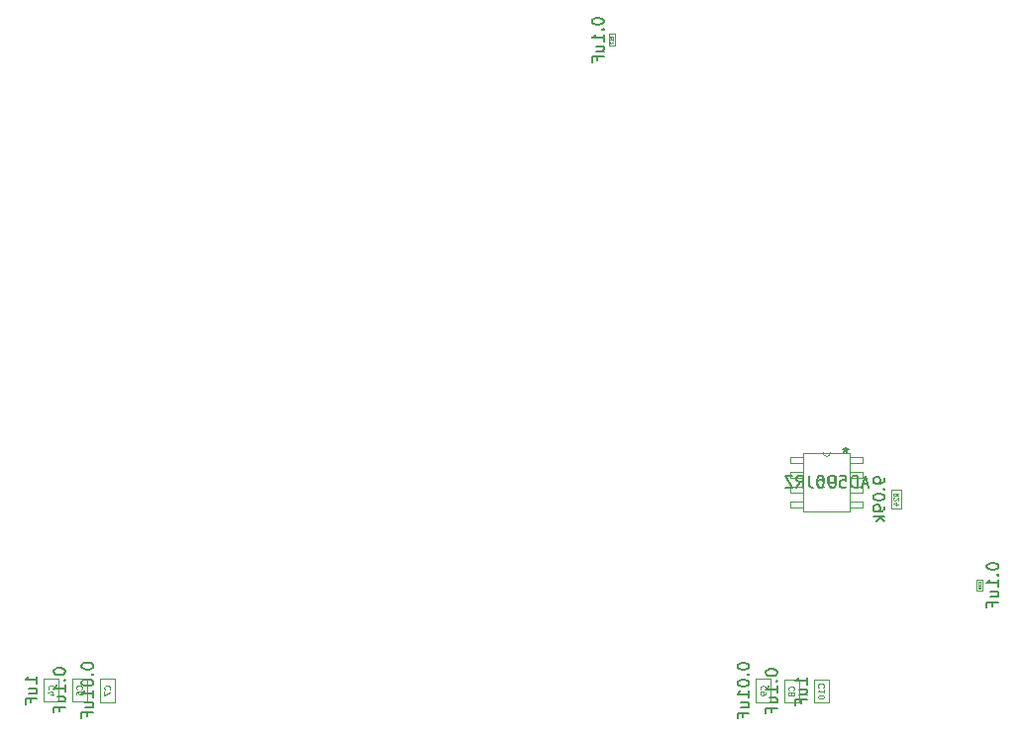
<source format=gbr>
%TF.GenerationSoftware,KiCad,Pcbnew,9.0.3*%
%TF.CreationDate,2025-09-16T13:25:35-04:00*%
%TF.ProjectId,CAEN_NEVIS_DAQ_3p3V,4341454e-5f4e-4455-9649-535f4441515f,rev?*%
%TF.SameCoordinates,Original*%
%TF.FileFunction,AssemblyDrawing,Bot*%
%FSLAX46Y46*%
G04 Gerber Fmt 4.6, Leading zero omitted, Abs format (unit mm)*
G04 Created by KiCad (PCBNEW 9.0.3) date 2025-09-16 13:25:35*
%MOMM*%
%LPD*%
G01*
G04 APERTURE LIST*
%ADD10C,0.150000*%
%ADD11C,0.080000*%
%ADD12C,0.060000*%
%ADD13C,0.040000*%
%ADD14C,0.100000*%
%ADD15C,0.025400*%
G04 APERTURE END LIST*
D10*
X196269819Y-99519761D02*
X196269819Y-98948333D01*
X196269819Y-99234047D02*
X195269819Y-99234047D01*
X195269819Y-99234047D02*
X195412676Y-99138809D01*
X195412676Y-99138809D02*
X195507914Y-99043571D01*
X195507914Y-99043571D02*
X195555533Y-98948333D01*
X195603152Y-100376904D02*
X196269819Y-100376904D01*
X195603152Y-99948333D02*
X196126961Y-99948333D01*
X196126961Y-99948333D02*
X196222200Y-99995952D01*
X196222200Y-99995952D02*
X196269819Y-100091190D01*
X196269819Y-100091190D02*
X196269819Y-100234047D01*
X196269819Y-100234047D02*
X196222200Y-100329285D01*
X196222200Y-100329285D02*
X196174580Y-100376904D01*
X195746009Y-101186428D02*
X195746009Y-100853095D01*
X196269819Y-100853095D02*
X195269819Y-100853095D01*
X195269819Y-100853095D02*
X195269819Y-101329285D01*
D11*
X197674530Y-99793571D02*
X197698340Y-99769762D01*
X197698340Y-99769762D02*
X197722149Y-99698333D01*
X197722149Y-99698333D02*
X197722149Y-99650714D01*
X197722149Y-99650714D02*
X197698340Y-99579286D01*
X197698340Y-99579286D02*
X197650720Y-99531667D01*
X197650720Y-99531667D02*
X197603101Y-99507857D01*
X197603101Y-99507857D02*
X197507863Y-99484048D01*
X197507863Y-99484048D02*
X197436435Y-99484048D01*
X197436435Y-99484048D02*
X197341197Y-99507857D01*
X197341197Y-99507857D02*
X197293578Y-99531667D01*
X197293578Y-99531667D02*
X197245959Y-99579286D01*
X197245959Y-99579286D02*
X197222149Y-99650714D01*
X197222149Y-99650714D02*
X197222149Y-99698333D01*
X197222149Y-99698333D02*
X197245959Y-99769762D01*
X197245959Y-99769762D02*
X197269768Y-99793571D01*
X197722149Y-100269762D02*
X197722149Y-99984048D01*
X197722149Y-100126905D02*
X197222149Y-100126905D01*
X197222149Y-100126905D02*
X197293578Y-100079286D01*
X197293578Y-100079286D02*
X197341197Y-100031667D01*
X197341197Y-100031667D02*
X197365006Y-99984048D01*
X197222149Y-100579285D02*
X197222149Y-100626904D01*
X197222149Y-100626904D02*
X197245959Y-100674523D01*
X197245959Y-100674523D02*
X197269768Y-100698333D01*
X197269768Y-100698333D02*
X197317387Y-100722142D01*
X197317387Y-100722142D02*
X197412625Y-100745952D01*
X197412625Y-100745952D02*
X197531673Y-100745952D01*
X197531673Y-100745952D02*
X197626911Y-100722142D01*
X197626911Y-100722142D02*
X197674530Y-100698333D01*
X197674530Y-100698333D02*
X197698340Y-100674523D01*
X197698340Y-100674523D02*
X197722149Y-100626904D01*
X197722149Y-100626904D02*
X197722149Y-100579285D01*
X197722149Y-100579285D02*
X197698340Y-100531666D01*
X197698340Y-100531666D02*
X197674530Y-100507857D01*
X197674530Y-100507857D02*
X197626911Y-100484047D01*
X197626911Y-100484047D02*
X197531673Y-100460238D01*
X197531673Y-100460238D02*
X197412625Y-100460238D01*
X197412625Y-100460238D02*
X197317387Y-100484047D01*
X197317387Y-100484047D02*
X197269768Y-100507857D01*
X197269768Y-100507857D02*
X197245959Y-100531666D01*
X197245959Y-100531666D02*
X197222149Y-100579285D01*
D10*
X190319819Y-97935952D02*
X190319819Y-98031190D01*
X190319819Y-98031190D02*
X190367438Y-98126428D01*
X190367438Y-98126428D02*
X190415057Y-98174047D01*
X190415057Y-98174047D02*
X190510295Y-98221666D01*
X190510295Y-98221666D02*
X190700771Y-98269285D01*
X190700771Y-98269285D02*
X190938866Y-98269285D01*
X190938866Y-98269285D02*
X191129342Y-98221666D01*
X191129342Y-98221666D02*
X191224580Y-98174047D01*
X191224580Y-98174047D02*
X191272200Y-98126428D01*
X191272200Y-98126428D02*
X191319819Y-98031190D01*
X191319819Y-98031190D02*
X191319819Y-97935952D01*
X191319819Y-97935952D02*
X191272200Y-97840714D01*
X191272200Y-97840714D02*
X191224580Y-97793095D01*
X191224580Y-97793095D02*
X191129342Y-97745476D01*
X191129342Y-97745476D02*
X190938866Y-97697857D01*
X190938866Y-97697857D02*
X190700771Y-97697857D01*
X190700771Y-97697857D02*
X190510295Y-97745476D01*
X190510295Y-97745476D02*
X190415057Y-97793095D01*
X190415057Y-97793095D02*
X190367438Y-97840714D01*
X190367438Y-97840714D02*
X190319819Y-97935952D01*
X191224580Y-98697857D02*
X191272200Y-98745476D01*
X191272200Y-98745476D02*
X191319819Y-98697857D01*
X191319819Y-98697857D02*
X191272200Y-98650238D01*
X191272200Y-98650238D02*
X191224580Y-98697857D01*
X191224580Y-98697857D02*
X191319819Y-98697857D01*
X190319819Y-99364523D02*
X190319819Y-99459761D01*
X190319819Y-99459761D02*
X190367438Y-99554999D01*
X190367438Y-99554999D02*
X190415057Y-99602618D01*
X190415057Y-99602618D02*
X190510295Y-99650237D01*
X190510295Y-99650237D02*
X190700771Y-99697856D01*
X190700771Y-99697856D02*
X190938866Y-99697856D01*
X190938866Y-99697856D02*
X191129342Y-99650237D01*
X191129342Y-99650237D02*
X191224580Y-99602618D01*
X191224580Y-99602618D02*
X191272200Y-99554999D01*
X191272200Y-99554999D02*
X191319819Y-99459761D01*
X191319819Y-99459761D02*
X191319819Y-99364523D01*
X191319819Y-99364523D02*
X191272200Y-99269285D01*
X191272200Y-99269285D02*
X191224580Y-99221666D01*
X191224580Y-99221666D02*
X191129342Y-99174047D01*
X191129342Y-99174047D02*
X190938866Y-99126428D01*
X190938866Y-99126428D02*
X190700771Y-99126428D01*
X190700771Y-99126428D02*
X190510295Y-99174047D01*
X190510295Y-99174047D02*
X190415057Y-99221666D01*
X190415057Y-99221666D02*
X190367438Y-99269285D01*
X190367438Y-99269285D02*
X190319819Y-99364523D01*
X191319819Y-100650237D02*
X191319819Y-100078809D01*
X191319819Y-100364523D02*
X190319819Y-100364523D01*
X190319819Y-100364523D02*
X190462676Y-100269285D01*
X190462676Y-100269285D02*
X190557914Y-100174047D01*
X190557914Y-100174047D02*
X190605533Y-100078809D01*
X190653152Y-101507380D02*
X191319819Y-101507380D01*
X190653152Y-101078809D02*
X191176961Y-101078809D01*
X191176961Y-101078809D02*
X191272200Y-101126428D01*
X191272200Y-101126428D02*
X191319819Y-101221666D01*
X191319819Y-101221666D02*
X191319819Y-101364523D01*
X191319819Y-101364523D02*
X191272200Y-101459761D01*
X191272200Y-101459761D02*
X191224580Y-101507380D01*
X190796009Y-102316904D02*
X190796009Y-101983571D01*
X191319819Y-101983571D02*
X190319819Y-101983571D01*
X190319819Y-101983571D02*
X190319819Y-102459761D01*
D11*
X192724530Y-99971666D02*
X192748340Y-99947857D01*
X192748340Y-99947857D02*
X192772149Y-99876428D01*
X192772149Y-99876428D02*
X192772149Y-99828809D01*
X192772149Y-99828809D02*
X192748340Y-99757381D01*
X192748340Y-99757381D02*
X192700720Y-99709762D01*
X192700720Y-99709762D02*
X192653101Y-99685952D01*
X192653101Y-99685952D02*
X192557863Y-99662143D01*
X192557863Y-99662143D02*
X192486435Y-99662143D01*
X192486435Y-99662143D02*
X192391197Y-99685952D01*
X192391197Y-99685952D02*
X192343578Y-99709762D01*
X192343578Y-99709762D02*
X192295959Y-99757381D01*
X192295959Y-99757381D02*
X192272149Y-99828809D01*
X192272149Y-99828809D02*
X192272149Y-99876428D01*
X192272149Y-99876428D02*
X192295959Y-99947857D01*
X192295959Y-99947857D02*
X192319768Y-99971666D01*
X192772149Y-100209762D02*
X192772149Y-100305000D01*
X192772149Y-100305000D02*
X192748340Y-100352619D01*
X192748340Y-100352619D02*
X192724530Y-100376428D01*
X192724530Y-100376428D02*
X192653101Y-100424047D01*
X192653101Y-100424047D02*
X192557863Y-100447857D01*
X192557863Y-100447857D02*
X192367387Y-100447857D01*
X192367387Y-100447857D02*
X192319768Y-100424047D01*
X192319768Y-100424047D02*
X192295959Y-100400238D01*
X192295959Y-100400238D02*
X192272149Y-100352619D01*
X192272149Y-100352619D02*
X192272149Y-100257381D01*
X192272149Y-100257381D02*
X192295959Y-100209762D01*
X192295959Y-100209762D02*
X192319768Y-100185952D01*
X192319768Y-100185952D02*
X192367387Y-100162143D01*
X192367387Y-100162143D02*
X192486435Y-100162143D01*
X192486435Y-100162143D02*
X192534054Y-100185952D01*
X192534054Y-100185952D02*
X192557863Y-100209762D01*
X192557863Y-100209762D02*
X192581673Y-100257381D01*
X192581673Y-100257381D02*
X192581673Y-100352619D01*
X192581673Y-100352619D02*
X192557863Y-100400238D01*
X192557863Y-100400238D02*
X192534054Y-100424047D01*
X192534054Y-100424047D02*
X192486435Y-100447857D01*
D10*
X131854819Y-98382143D02*
X131854819Y-98477381D01*
X131854819Y-98477381D02*
X131902438Y-98572619D01*
X131902438Y-98572619D02*
X131950057Y-98620238D01*
X131950057Y-98620238D02*
X132045295Y-98667857D01*
X132045295Y-98667857D02*
X132235771Y-98715476D01*
X132235771Y-98715476D02*
X132473866Y-98715476D01*
X132473866Y-98715476D02*
X132664342Y-98667857D01*
X132664342Y-98667857D02*
X132759580Y-98620238D01*
X132759580Y-98620238D02*
X132807200Y-98572619D01*
X132807200Y-98572619D02*
X132854819Y-98477381D01*
X132854819Y-98477381D02*
X132854819Y-98382143D01*
X132854819Y-98382143D02*
X132807200Y-98286905D01*
X132807200Y-98286905D02*
X132759580Y-98239286D01*
X132759580Y-98239286D02*
X132664342Y-98191667D01*
X132664342Y-98191667D02*
X132473866Y-98144048D01*
X132473866Y-98144048D02*
X132235771Y-98144048D01*
X132235771Y-98144048D02*
X132045295Y-98191667D01*
X132045295Y-98191667D02*
X131950057Y-98239286D01*
X131950057Y-98239286D02*
X131902438Y-98286905D01*
X131902438Y-98286905D02*
X131854819Y-98382143D01*
X132759580Y-99144048D02*
X132807200Y-99191667D01*
X132807200Y-99191667D02*
X132854819Y-99144048D01*
X132854819Y-99144048D02*
X132807200Y-99096429D01*
X132807200Y-99096429D02*
X132759580Y-99144048D01*
X132759580Y-99144048D02*
X132854819Y-99144048D01*
X132854819Y-100144047D02*
X132854819Y-99572619D01*
X132854819Y-99858333D02*
X131854819Y-99858333D01*
X131854819Y-99858333D02*
X131997676Y-99763095D01*
X131997676Y-99763095D02*
X132092914Y-99667857D01*
X132092914Y-99667857D02*
X132140533Y-99572619D01*
X132188152Y-101001190D02*
X132854819Y-101001190D01*
X132188152Y-100572619D02*
X132711961Y-100572619D01*
X132711961Y-100572619D02*
X132807200Y-100620238D01*
X132807200Y-100620238D02*
X132854819Y-100715476D01*
X132854819Y-100715476D02*
X132854819Y-100858333D01*
X132854819Y-100858333D02*
X132807200Y-100953571D01*
X132807200Y-100953571D02*
X132759580Y-101001190D01*
X132331009Y-101810714D02*
X132331009Y-101477381D01*
X132854819Y-101477381D02*
X131854819Y-101477381D01*
X131854819Y-101477381D02*
X131854819Y-101953571D01*
D11*
X134259530Y-99941666D02*
X134283340Y-99917857D01*
X134283340Y-99917857D02*
X134307149Y-99846428D01*
X134307149Y-99846428D02*
X134307149Y-99798809D01*
X134307149Y-99798809D02*
X134283340Y-99727381D01*
X134283340Y-99727381D02*
X134235720Y-99679762D01*
X134235720Y-99679762D02*
X134188101Y-99655952D01*
X134188101Y-99655952D02*
X134092863Y-99632143D01*
X134092863Y-99632143D02*
X134021435Y-99632143D01*
X134021435Y-99632143D02*
X133926197Y-99655952D01*
X133926197Y-99655952D02*
X133878578Y-99679762D01*
X133878578Y-99679762D02*
X133830959Y-99727381D01*
X133830959Y-99727381D02*
X133807149Y-99798809D01*
X133807149Y-99798809D02*
X133807149Y-99846428D01*
X133807149Y-99846428D02*
X133830959Y-99917857D01*
X133830959Y-99917857D02*
X133854768Y-99941666D01*
X133807149Y-100370238D02*
X133807149Y-100275000D01*
X133807149Y-100275000D02*
X133830959Y-100227381D01*
X133830959Y-100227381D02*
X133854768Y-100203571D01*
X133854768Y-100203571D02*
X133926197Y-100155952D01*
X133926197Y-100155952D02*
X134021435Y-100132143D01*
X134021435Y-100132143D02*
X134211911Y-100132143D01*
X134211911Y-100132143D02*
X134259530Y-100155952D01*
X134259530Y-100155952D02*
X134283340Y-100179762D01*
X134283340Y-100179762D02*
X134307149Y-100227381D01*
X134307149Y-100227381D02*
X134307149Y-100322619D01*
X134307149Y-100322619D02*
X134283340Y-100370238D01*
X134283340Y-100370238D02*
X134259530Y-100394047D01*
X134259530Y-100394047D02*
X134211911Y-100417857D01*
X134211911Y-100417857D02*
X134092863Y-100417857D01*
X134092863Y-100417857D02*
X134045244Y-100394047D01*
X134045244Y-100394047D02*
X134021435Y-100370238D01*
X134021435Y-100370238D02*
X133997625Y-100322619D01*
X133997625Y-100322619D02*
X133997625Y-100227381D01*
X133997625Y-100227381D02*
X134021435Y-100179762D01*
X134021435Y-100179762D02*
X134045244Y-100155952D01*
X134045244Y-100155952D02*
X134092863Y-100132143D01*
D10*
X130444819Y-99429761D02*
X130444819Y-98858333D01*
X130444819Y-99144047D02*
X129444819Y-99144047D01*
X129444819Y-99144047D02*
X129587676Y-99048809D01*
X129587676Y-99048809D02*
X129682914Y-98953571D01*
X129682914Y-98953571D02*
X129730533Y-98858333D01*
X129778152Y-100286904D02*
X130444819Y-100286904D01*
X129778152Y-99858333D02*
X130301961Y-99858333D01*
X130301961Y-99858333D02*
X130397200Y-99905952D01*
X130397200Y-99905952D02*
X130444819Y-100001190D01*
X130444819Y-100001190D02*
X130444819Y-100144047D01*
X130444819Y-100144047D02*
X130397200Y-100239285D01*
X130397200Y-100239285D02*
X130349580Y-100286904D01*
X129921009Y-101096428D02*
X129921009Y-100763095D01*
X130444819Y-100763095D02*
X129444819Y-100763095D01*
X129444819Y-100763095D02*
X129444819Y-101239285D01*
D11*
X131849530Y-99941666D02*
X131873340Y-99917857D01*
X131873340Y-99917857D02*
X131897149Y-99846428D01*
X131897149Y-99846428D02*
X131897149Y-99798809D01*
X131897149Y-99798809D02*
X131873340Y-99727381D01*
X131873340Y-99727381D02*
X131825720Y-99679762D01*
X131825720Y-99679762D02*
X131778101Y-99655952D01*
X131778101Y-99655952D02*
X131682863Y-99632143D01*
X131682863Y-99632143D02*
X131611435Y-99632143D01*
X131611435Y-99632143D02*
X131516197Y-99655952D01*
X131516197Y-99655952D02*
X131468578Y-99679762D01*
X131468578Y-99679762D02*
X131420959Y-99727381D01*
X131420959Y-99727381D02*
X131397149Y-99798809D01*
X131397149Y-99798809D02*
X131397149Y-99846428D01*
X131397149Y-99846428D02*
X131420959Y-99917857D01*
X131420959Y-99917857D02*
X131444768Y-99941666D01*
X131563816Y-100370238D02*
X131897149Y-100370238D01*
X131373340Y-100251190D02*
X131730482Y-100132143D01*
X131730482Y-100132143D02*
X131730482Y-100441666D01*
D10*
X202919819Y-81889286D02*
X202919819Y-82079762D01*
X202919819Y-82079762D02*
X202872200Y-82175000D01*
X202872200Y-82175000D02*
X202824580Y-82222619D01*
X202824580Y-82222619D02*
X202681723Y-82317857D01*
X202681723Y-82317857D02*
X202491247Y-82365476D01*
X202491247Y-82365476D02*
X202110295Y-82365476D01*
X202110295Y-82365476D02*
X202015057Y-82317857D01*
X202015057Y-82317857D02*
X201967438Y-82270238D01*
X201967438Y-82270238D02*
X201919819Y-82175000D01*
X201919819Y-82175000D02*
X201919819Y-81984524D01*
X201919819Y-81984524D02*
X201967438Y-81889286D01*
X201967438Y-81889286D02*
X202015057Y-81841667D01*
X202015057Y-81841667D02*
X202110295Y-81794048D01*
X202110295Y-81794048D02*
X202348390Y-81794048D01*
X202348390Y-81794048D02*
X202443628Y-81841667D01*
X202443628Y-81841667D02*
X202491247Y-81889286D01*
X202491247Y-81889286D02*
X202538866Y-81984524D01*
X202538866Y-81984524D02*
X202538866Y-82175000D01*
X202538866Y-82175000D02*
X202491247Y-82270238D01*
X202491247Y-82270238D02*
X202443628Y-82317857D01*
X202443628Y-82317857D02*
X202348390Y-82365476D01*
X202824580Y-82794048D02*
X202872200Y-82841667D01*
X202872200Y-82841667D02*
X202919819Y-82794048D01*
X202919819Y-82794048D02*
X202872200Y-82746429D01*
X202872200Y-82746429D02*
X202824580Y-82794048D01*
X202824580Y-82794048D02*
X202919819Y-82794048D01*
X201919819Y-83460714D02*
X201919819Y-83555952D01*
X201919819Y-83555952D02*
X201967438Y-83651190D01*
X201967438Y-83651190D02*
X202015057Y-83698809D01*
X202015057Y-83698809D02*
X202110295Y-83746428D01*
X202110295Y-83746428D02*
X202300771Y-83794047D01*
X202300771Y-83794047D02*
X202538866Y-83794047D01*
X202538866Y-83794047D02*
X202729342Y-83746428D01*
X202729342Y-83746428D02*
X202824580Y-83698809D01*
X202824580Y-83698809D02*
X202872200Y-83651190D01*
X202872200Y-83651190D02*
X202919819Y-83555952D01*
X202919819Y-83555952D02*
X202919819Y-83460714D01*
X202919819Y-83460714D02*
X202872200Y-83365476D01*
X202872200Y-83365476D02*
X202824580Y-83317857D01*
X202824580Y-83317857D02*
X202729342Y-83270238D01*
X202729342Y-83270238D02*
X202538866Y-83222619D01*
X202538866Y-83222619D02*
X202300771Y-83222619D01*
X202300771Y-83222619D02*
X202110295Y-83270238D01*
X202110295Y-83270238D02*
X202015057Y-83317857D01*
X202015057Y-83317857D02*
X201967438Y-83365476D01*
X201967438Y-83365476D02*
X201919819Y-83460714D01*
X202919819Y-84270238D02*
X202919819Y-84460714D01*
X202919819Y-84460714D02*
X202872200Y-84555952D01*
X202872200Y-84555952D02*
X202824580Y-84603571D01*
X202824580Y-84603571D02*
X202681723Y-84698809D01*
X202681723Y-84698809D02*
X202491247Y-84746428D01*
X202491247Y-84746428D02*
X202110295Y-84746428D01*
X202110295Y-84746428D02*
X202015057Y-84698809D01*
X202015057Y-84698809D02*
X201967438Y-84651190D01*
X201967438Y-84651190D02*
X201919819Y-84555952D01*
X201919819Y-84555952D02*
X201919819Y-84365476D01*
X201919819Y-84365476D02*
X201967438Y-84270238D01*
X201967438Y-84270238D02*
X202015057Y-84222619D01*
X202015057Y-84222619D02*
X202110295Y-84175000D01*
X202110295Y-84175000D02*
X202348390Y-84175000D01*
X202348390Y-84175000D02*
X202443628Y-84222619D01*
X202443628Y-84222619D02*
X202491247Y-84270238D01*
X202491247Y-84270238D02*
X202538866Y-84365476D01*
X202538866Y-84365476D02*
X202538866Y-84555952D01*
X202538866Y-84555952D02*
X202491247Y-84651190D01*
X202491247Y-84651190D02*
X202443628Y-84698809D01*
X202443628Y-84698809D02*
X202348390Y-84746428D01*
X202919819Y-85175000D02*
X201919819Y-85175000D01*
X202538866Y-85270238D02*
X202919819Y-85555952D01*
X202253152Y-85555952D02*
X202634104Y-85175000D01*
D12*
X204076927Y-83417857D02*
X203886451Y-83284524D01*
X204076927Y-83189286D02*
X203676927Y-83189286D01*
X203676927Y-83189286D02*
X203676927Y-83341667D01*
X203676927Y-83341667D02*
X203695975Y-83379762D01*
X203695975Y-83379762D02*
X203715022Y-83398809D01*
X203715022Y-83398809D02*
X203753118Y-83417857D01*
X203753118Y-83417857D02*
X203810260Y-83417857D01*
X203810260Y-83417857D02*
X203848356Y-83398809D01*
X203848356Y-83398809D02*
X203867403Y-83379762D01*
X203867403Y-83379762D02*
X203886451Y-83341667D01*
X203886451Y-83341667D02*
X203886451Y-83189286D01*
X203715022Y-83570238D02*
X203695975Y-83589286D01*
X203695975Y-83589286D02*
X203676927Y-83627381D01*
X203676927Y-83627381D02*
X203676927Y-83722619D01*
X203676927Y-83722619D02*
X203695975Y-83760714D01*
X203695975Y-83760714D02*
X203715022Y-83779762D01*
X203715022Y-83779762D02*
X203753118Y-83798809D01*
X203753118Y-83798809D02*
X203791213Y-83798809D01*
X203791213Y-83798809D02*
X203848356Y-83779762D01*
X203848356Y-83779762D02*
X204076927Y-83551190D01*
X204076927Y-83551190D02*
X204076927Y-83798809D01*
X203810260Y-84141666D02*
X204076927Y-84141666D01*
X203657880Y-84046428D02*
X203943594Y-83951190D01*
X203943594Y-83951190D02*
X203943594Y-84198809D01*
D10*
X134254819Y-97915952D02*
X134254819Y-98011190D01*
X134254819Y-98011190D02*
X134302438Y-98106428D01*
X134302438Y-98106428D02*
X134350057Y-98154047D01*
X134350057Y-98154047D02*
X134445295Y-98201666D01*
X134445295Y-98201666D02*
X134635771Y-98249285D01*
X134635771Y-98249285D02*
X134873866Y-98249285D01*
X134873866Y-98249285D02*
X135064342Y-98201666D01*
X135064342Y-98201666D02*
X135159580Y-98154047D01*
X135159580Y-98154047D02*
X135207200Y-98106428D01*
X135207200Y-98106428D02*
X135254819Y-98011190D01*
X135254819Y-98011190D02*
X135254819Y-97915952D01*
X135254819Y-97915952D02*
X135207200Y-97820714D01*
X135207200Y-97820714D02*
X135159580Y-97773095D01*
X135159580Y-97773095D02*
X135064342Y-97725476D01*
X135064342Y-97725476D02*
X134873866Y-97677857D01*
X134873866Y-97677857D02*
X134635771Y-97677857D01*
X134635771Y-97677857D02*
X134445295Y-97725476D01*
X134445295Y-97725476D02*
X134350057Y-97773095D01*
X134350057Y-97773095D02*
X134302438Y-97820714D01*
X134302438Y-97820714D02*
X134254819Y-97915952D01*
X135159580Y-98677857D02*
X135207200Y-98725476D01*
X135207200Y-98725476D02*
X135254819Y-98677857D01*
X135254819Y-98677857D02*
X135207200Y-98630238D01*
X135207200Y-98630238D02*
X135159580Y-98677857D01*
X135159580Y-98677857D02*
X135254819Y-98677857D01*
X134254819Y-99344523D02*
X134254819Y-99439761D01*
X134254819Y-99439761D02*
X134302438Y-99534999D01*
X134302438Y-99534999D02*
X134350057Y-99582618D01*
X134350057Y-99582618D02*
X134445295Y-99630237D01*
X134445295Y-99630237D02*
X134635771Y-99677856D01*
X134635771Y-99677856D02*
X134873866Y-99677856D01*
X134873866Y-99677856D02*
X135064342Y-99630237D01*
X135064342Y-99630237D02*
X135159580Y-99582618D01*
X135159580Y-99582618D02*
X135207200Y-99534999D01*
X135207200Y-99534999D02*
X135254819Y-99439761D01*
X135254819Y-99439761D02*
X135254819Y-99344523D01*
X135254819Y-99344523D02*
X135207200Y-99249285D01*
X135207200Y-99249285D02*
X135159580Y-99201666D01*
X135159580Y-99201666D02*
X135064342Y-99154047D01*
X135064342Y-99154047D02*
X134873866Y-99106428D01*
X134873866Y-99106428D02*
X134635771Y-99106428D01*
X134635771Y-99106428D02*
X134445295Y-99154047D01*
X134445295Y-99154047D02*
X134350057Y-99201666D01*
X134350057Y-99201666D02*
X134302438Y-99249285D01*
X134302438Y-99249285D02*
X134254819Y-99344523D01*
X135254819Y-100630237D02*
X135254819Y-100058809D01*
X135254819Y-100344523D02*
X134254819Y-100344523D01*
X134254819Y-100344523D02*
X134397676Y-100249285D01*
X134397676Y-100249285D02*
X134492914Y-100154047D01*
X134492914Y-100154047D02*
X134540533Y-100058809D01*
X134588152Y-101487380D02*
X135254819Y-101487380D01*
X134588152Y-101058809D02*
X135111961Y-101058809D01*
X135111961Y-101058809D02*
X135207200Y-101106428D01*
X135207200Y-101106428D02*
X135254819Y-101201666D01*
X135254819Y-101201666D02*
X135254819Y-101344523D01*
X135254819Y-101344523D02*
X135207200Y-101439761D01*
X135207200Y-101439761D02*
X135159580Y-101487380D01*
X134731009Y-102296904D02*
X134731009Y-101963571D01*
X135254819Y-101963571D02*
X134254819Y-101963571D01*
X134254819Y-101963571D02*
X134254819Y-102439761D01*
D11*
X136659530Y-99951666D02*
X136683340Y-99927857D01*
X136683340Y-99927857D02*
X136707149Y-99856428D01*
X136707149Y-99856428D02*
X136707149Y-99808809D01*
X136707149Y-99808809D02*
X136683340Y-99737381D01*
X136683340Y-99737381D02*
X136635720Y-99689762D01*
X136635720Y-99689762D02*
X136588101Y-99665952D01*
X136588101Y-99665952D02*
X136492863Y-99642143D01*
X136492863Y-99642143D02*
X136421435Y-99642143D01*
X136421435Y-99642143D02*
X136326197Y-99665952D01*
X136326197Y-99665952D02*
X136278578Y-99689762D01*
X136278578Y-99689762D02*
X136230959Y-99737381D01*
X136230959Y-99737381D02*
X136207149Y-99808809D01*
X136207149Y-99808809D02*
X136207149Y-99856428D01*
X136207149Y-99856428D02*
X136230959Y-99927857D01*
X136230959Y-99927857D02*
X136254768Y-99951666D01*
X136207149Y-100118333D02*
X136207149Y-100451666D01*
X136207149Y-100451666D02*
X136707149Y-100237381D01*
D10*
X201483809Y-82389104D02*
X201007619Y-82389104D01*
X201579047Y-82674819D02*
X201245714Y-81674819D01*
X201245714Y-81674819D02*
X200912381Y-82674819D01*
X200579047Y-82674819D02*
X200579047Y-81674819D01*
X200579047Y-81674819D02*
X200340952Y-81674819D01*
X200340952Y-81674819D02*
X200198095Y-81722438D01*
X200198095Y-81722438D02*
X200102857Y-81817676D01*
X200102857Y-81817676D02*
X200055238Y-81912914D01*
X200055238Y-81912914D02*
X200007619Y-82103390D01*
X200007619Y-82103390D02*
X200007619Y-82246247D01*
X200007619Y-82246247D02*
X200055238Y-82436723D01*
X200055238Y-82436723D02*
X200102857Y-82531961D01*
X200102857Y-82531961D02*
X200198095Y-82627200D01*
X200198095Y-82627200D02*
X200340952Y-82674819D01*
X200340952Y-82674819D02*
X200579047Y-82674819D01*
X199102857Y-81674819D02*
X199579047Y-81674819D01*
X199579047Y-81674819D02*
X199626666Y-82151009D01*
X199626666Y-82151009D02*
X199579047Y-82103390D01*
X199579047Y-82103390D02*
X199483809Y-82055771D01*
X199483809Y-82055771D02*
X199245714Y-82055771D01*
X199245714Y-82055771D02*
X199150476Y-82103390D01*
X199150476Y-82103390D02*
X199102857Y-82151009D01*
X199102857Y-82151009D02*
X199055238Y-82246247D01*
X199055238Y-82246247D02*
X199055238Y-82484342D01*
X199055238Y-82484342D02*
X199102857Y-82579580D01*
X199102857Y-82579580D02*
X199150476Y-82627200D01*
X199150476Y-82627200D02*
X199245714Y-82674819D01*
X199245714Y-82674819D02*
X199483809Y-82674819D01*
X199483809Y-82674819D02*
X199579047Y-82627200D01*
X199579047Y-82627200D02*
X199626666Y-82579580D01*
X198579047Y-82674819D02*
X198388571Y-82674819D01*
X198388571Y-82674819D02*
X198293333Y-82627200D01*
X198293333Y-82627200D02*
X198245714Y-82579580D01*
X198245714Y-82579580D02*
X198150476Y-82436723D01*
X198150476Y-82436723D02*
X198102857Y-82246247D01*
X198102857Y-82246247D02*
X198102857Y-81865295D01*
X198102857Y-81865295D02*
X198150476Y-81770057D01*
X198150476Y-81770057D02*
X198198095Y-81722438D01*
X198198095Y-81722438D02*
X198293333Y-81674819D01*
X198293333Y-81674819D02*
X198483809Y-81674819D01*
X198483809Y-81674819D02*
X198579047Y-81722438D01*
X198579047Y-81722438D02*
X198626666Y-81770057D01*
X198626666Y-81770057D02*
X198674285Y-81865295D01*
X198674285Y-81865295D02*
X198674285Y-82103390D01*
X198674285Y-82103390D02*
X198626666Y-82198628D01*
X198626666Y-82198628D02*
X198579047Y-82246247D01*
X198579047Y-82246247D02*
X198483809Y-82293866D01*
X198483809Y-82293866D02*
X198293333Y-82293866D01*
X198293333Y-82293866D02*
X198198095Y-82246247D01*
X198198095Y-82246247D02*
X198150476Y-82198628D01*
X198150476Y-82198628D02*
X198102857Y-82103390D01*
X197483809Y-81674819D02*
X197388571Y-81674819D01*
X197388571Y-81674819D02*
X197293333Y-81722438D01*
X197293333Y-81722438D02*
X197245714Y-81770057D01*
X197245714Y-81770057D02*
X197198095Y-81865295D01*
X197198095Y-81865295D02*
X197150476Y-82055771D01*
X197150476Y-82055771D02*
X197150476Y-82293866D01*
X197150476Y-82293866D02*
X197198095Y-82484342D01*
X197198095Y-82484342D02*
X197245714Y-82579580D01*
X197245714Y-82579580D02*
X197293333Y-82627200D01*
X197293333Y-82627200D02*
X197388571Y-82674819D01*
X197388571Y-82674819D02*
X197483809Y-82674819D01*
X197483809Y-82674819D02*
X197579047Y-82627200D01*
X197579047Y-82627200D02*
X197626666Y-82579580D01*
X197626666Y-82579580D02*
X197674285Y-82484342D01*
X197674285Y-82484342D02*
X197721904Y-82293866D01*
X197721904Y-82293866D02*
X197721904Y-82055771D01*
X197721904Y-82055771D02*
X197674285Y-81865295D01*
X197674285Y-81865295D02*
X197626666Y-81770057D01*
X197626666Y-81770057D02*
X197579047Y-81722438D01*
X197579047Y-81722438D02*
X197483809Y-81674819D01*
X196436190Y-81674819D02*
X196436190Y-82389104D01*
X196436190Y-82389104D02*
X196483809Y-82531961D01*
X196483809Y-82531961D02*
X196579047Y-82627200D01*
X196579047Y-82627200D02*
X196721904Y-82674819D01*
X196721904Y-82674819D02*
X196817142Y-82674819D01*
X195388571Y-82674819D02*
X195721904Y-82198628D01*
X195959999Y-82674819D02*
X195959999Y-81674819D01*
X195959999Y-81674819D02*
X195579047Y-81674819D01*
X195579047Y-81674819D02*
X195483809Y-81722438D01*
X195483809Y-81722438D02*
X195436190Y-81770057D01*
X195436190Y-81770057D02*
X195388571Y-81865295D01*
X195388571Y-81865295D02*
X195388571Y-82008152D01*
X195388571Y-82008152D02*
X195436190Y-82103390D01*
X195436190Y-82103390D02*
X195483809Y-82151009D01*
X195483809Y-82151009D02*
X195579047Y-82198628D01*
X195579047Y-82198628D02*
X195959999Y-82198628D01*
X195055237Y-81674819D02*
X194388571Y-81674819D01*
X194388571Y-81674819D02*
X195055237Y-82674819D01*
X195055237Y-82674819D02*
X194388571Y-82674819D01*
X199572899Y-79249119D02*
X199572899Y-79487214D01*
X199810994Y-79391976D02*
X199572899Y-79487214D01*
X199572899Y-79487214D02*
X199334804Y-79391976D01*
X199715756Y-79677690D02*
X199572899Y-79487214D01*
X199572899Y-79487214D02*
X199430042Y-79677690D01*
X198721904Y-81674819D02*
X198721904Y-82484342D01*
X198721904Y-82484342D02*
X198674285Y-82579580D01*
X198674285Y-82579580D02*
X198626666Y-82627200D01*
X198626666Y-82627200D02*
X198531428Y-82674819D01*
X198531428Y-82674819D02*
X198340952Y-82674819D01*
X198340952Y-82674819D02*
X198245714Y-82627200D01*
X198245714Y-82627200D02*
X198198095Y-82579580D01*
X198198095Y-82579580D02*
X198150476Y-82484342D01*
X198150476Y-82484342D02*
X198150476Y-81674819D01*
X197198095Y-81674819D02*
X197674285Y-81674819D01*
X197674285Y-81674819D02*
X197721904Y-82151009D01*
X197721904Y-82151009D02*
X197674285Y-82103390D01*
X197674285Y-82103390D02*
X197579047Y-82055771D01*
X197579047Y-82055771D02*
X197340952Y-82055771D01*
X197340952Y-82055771D02*
X197245714Y-82103390D01*
X197245714Y-82103390D02*
X197198095Y-82151009D01*
X197198095Y-82151009D02*
X197150476Y-82246247D01*
X197150476Y-82246247D02*
X197150476Y-82484342D01*
X197150476Y-82484342D02*
X197198095Y-82579580D01*
X197198095Y-82579580D02*
X197245714Y-82627200D01*
X197245714Y-82627200D02*
X197340952Y-82674819D01*
X197340952Y-82674819D02*
X197579047Y-82674819D01*
X197579047Y-82674819D02*
X197674285Y-82627200D01*
X197674285Y-82627200D02*
X197721904Y-82579580D01*
X199572899Y-79249119D02*
X199572899Y-79487214D01*
X199810994Y-79391976D02*
X199572899Y-79487214D01*
X199572899Y-79487214D02*
X199334804Y-79391976D01*
X199715756Y-79677690D02*
X199572899Y-79487214D01*
X199572899Y-79487214D02*
X199430042Y-79677690D01*
X192739819Y-98472143D02*
X192739819Y-98567381D01*
X192739819Y-98567381D02*
X192787438Y-98662619D01*
X192787438Y-98662619D02*
X192835057Y-98710238D01*
X192835057Y-98710238D02*
X192930295Y-98757857D01*
X192930295Y-98757857D02*
X193120771Y-98805476D01*
X193120771Y-98805476D02*
X193358866Y-98805476D01*
X193358866Y-98805476D02*
X193549342Y-98757857D01*
X193549342Y-98757857D02*
X193644580Y-98710238D01*
X193644580Y-98710238D02*
X193692200Y-98662619D01*
X193692200Y-98662619D02*
X193739819Y-98567381D01*
X193739819Y-98567381D02*
X193739819Y-98472143D01*
X193739819Y-98472143D02*
X193692200Y-98376905D01*
X193692200Y-98376905D02*
X193644580Y-98329286D01*
X193644580Y-98329286D02*
X193549342Y-98281667D01*
X193549342Y-98281667D02*
X193358866Y-98234048D01*
X193358866Y-98234048D02*
X193120771Y-98234048D01*
X193120771Y-98234048D02*
X192930295Y-98281667D01*
X192930295Y-98281667D02*
X192835057Y-98329286D01*
X192835057Y-98329286D02*
X192787438Y-98376905D01*
X192787438Y-98376905D02*
X192739819Y-98472143D01*
X193644580Y-99234048D02*
X193692200Y-99281667D01*
X193692200Y-99281667D02*
X193739819Y-99234048D01*
X193739819Y-99234048D02*
X193692200Y-99186429D01*
X193692200Y-99186429D02*
X193644580Y-99234048D01*
X193644580Y-99234048D02*
X193739819Y-99234048D01*
X193739819Y-100234047D02*
X193739819Y-99662619D01*
X193739819Y-99948333D02*
X192739819Y-99948333D01*
X192739819Y-99948333D02*
X192882676Y-99853095D01*
X192882676Y-99853095D02*
X192977914Y-99757857D01*
X192977914Y-99757857D02*
X193025533Y-99662619D01*
X193073152Y-101091190D02*
X193739819Y-101091190D01*
X193073152Y-100662619D02*
X193596961Y-100662619D01*
X193596961Y-100662619D02*
X193692200Y-100710238D01*
X193692200Y-100710238D02*
X193739819Y-100805476D01*
X193739819Y-100805476D02*
X193739819Y-100948333D01*
X193739819Y-100948333D02*
X193692200Y-101043571D01*
X193692200Y-101043571D02*
X193644580Y-101091190D01*
X193216009Y-101900714D02*
X193216009Y-101567381D01*
X193739819Y-101567381D02*
X192739819Y-101567381D01*
X192739819Y-101567381D02*
X192739819Y-102043571D01*
D11*
X195144530Y-100031666D02*
X195168340Y-100007857D01*
X195168340Y-100007857D02*
X195192149Y-99936428D01*
X195192149Y-99936428D02*
X195192149Y-99888809D01*
X195192149Y-99888809D02*
X195168340Y-99817381D01*
X195168340Y-99817381D02*
X195120720Y-99769762D01*
X195120720Y-99769762D02*
X195073101Y-99745952D01*
X195073101Y-99745952D02*
X194977863Y-99722143D01*
X194977863Y-99722143D02*
X194906435Y-99722143D01*
X194906435Y-99722143D02*
X194811197Y-99745952D01*
X194811197Y-99745952D02*
X194763578Y-99769762D01*
X194763578Y-99769762D02*
X194715959Y-99817381D01*
X194715959Y-99817381D02*
X194692149Y-99888809D01*
X194692149Y-99888809D02*
X194692149Y-99936428D01*
X194692149Y-99936428D02*
X194715959Y-100007857D01*
X194715959Y-100007857D02*
X194739768Y-100031666D01*
X194906435Y-100317381D02*
X194882625Y-100269762D01*
X194882625Y-100269762D02*
X194858816Y-100245952D01*
X194858816Y-100245952D02*
X194811197Y-100222143D01*
X194811197Y-100222143D02*
X194787387Y-100222143D01*
X194787387Y-100222143D02*
X194739768Y-100245952D01*
X194739768Y-100245952D02*
X194715959Y-100269762D01*
X194715959Y-100269762D02*
X194692149Y-100317381D01*
X194692149Y-100317381D02*
X194692149Y-100412619D01*
X194692149Y-100412619D02*
X194715959Y-100460238D01*
X194715959Y-100460238D02*
X194739768Y-100484047D01*
X194739768Y-100484047D02*
X194787387Y-100507857D01*
X194787387Y-100507857D02*
X194811197Y-100507857D01*
X194811197Y-100507857D02*
X194858816Y-100484047D01*
X194858816Y-100484047D02*
X194882625Y-100460238D01*
X194882625Y-100460238D02*
X194906435Y-100412619D01*
X194906435Y-100412619D02*
X194906435Y-100317381D01*
X194906435Y-100317381D02*
X194930244Y-100269762D01*
X194930244Y-100269762D02*
X194954054Y-100245952D01*
X194954054Y-100245952D02*
X195001673Y-100222143D01*
X195001673Y-100222143D02*
X195096911Y-100222143D01*
X195096911Y-100222143D02*
X195144530Y-100245952D01*
X195144530Y-100245952D02*
X195168340Y-100269762D01*
X195168340Y-100269762D02*
X195192149Y-100317381D01*
X195192149Y-100317381D02*
X195192149Y-100412619D01*
X195192149Y-100412619D02*
X195168340Y-100460238D01*
X195168340Y-100460238D02*
X195144530Y-100484047D01*
X195144530Y-100484047D02*
X195096911Y-100507857D01*
X195096911Y-100507857D02*
X195001673Y-100507857D01*
X195001673Y-100507857D02*
X194954054Y-100484047D01*
X194954054Y-100484047D02*
X194930244Y-100460238D01*
X194930244Y-100460238D02*
X194906435Y-100412619D01*
D10*
X177894819Y-42727143D02*
X177894819Y-42822381D01*
X177894819Y-42822381D02*
X177942438Y-42917619D01*
X177942438Y-42917619D02*
X177990057Y-42965238D01*
X177990057Y-42965238D02*
X178085295Y-43012857D01*
X178085295Y-43012857D02*
X178275771Y-43060476D01*
X178275771Y-43060476D02*
X178513866Y-43060476D01*
X178513866Y-43060476D02*
X178704342Y-43012857D01*
X178704342Y-43012857D02*
X178799580Y-42965238D01*
X178799580Y-42965238D02*
X178847200Y-42917619D01*
X178847200Y-42917619D02*
X178894819Y-42822381D01*
X178894819Y-42822381D02*
X178894819Y-42727143D01*
X178894819Y-42727143D02*
X178847200Y-42631905D01*
X178847200Y-42631905D02*
X178799580Y-42584286D01*
X178799580Y-42584286D02*
X178704342Y-42536667D01*
X178704342Y-42536667D02*
X178513866Y-42489048D01*
X178513866Y-42489048D02*
X178275771Y-42489048D01*
X178275771Y-42489048D02*
X178085295Y-42536667D01*
X178085295Y-42536667D02*
X177990057Y-42584286D01*
X177990057Y-42584286D02*
X177942438Y-42631905D01*
X177942438Y-42631905D02*
X177894819Y-42727143D01*
X178799580Y-43489048D02*
X178847200Y-43536667D01*
X178847200Y-43536667D02*
X178894819Y-43489048D01*
X178894819Y-43489048D02*
X178847200Y-43441429D01*
X178847200Y-43441429D02*
X178799580Y-43489048D01*
X178799580Y-43489048D02*
X178894819Y-43489048D01*
X178894819Y-44489047D02*
X178894819Y-43917619D01*
X178894819Y-44203333D02*
X177894819Y-44203333D01*
X177894819Y-44203333D02*
X178037676Y-44108095D01*
X178037676Y-44108095D02*
X178132914Y-44012857D01*
X178132914Y-44012857D02*
X178180533Y-43917619D01*
X178228152Y-45346190D02*
X178894819Y-45346190D01*
X178228152Y-44917619D02*
X178751961Y-44917619D01*
X178751961Y-44917619D02*
X178847200Y-44965238D01*
X178847200Y-44965238D02*
X178894819Y-45060476D01*
X178894819Y-45060476D02*
X178894819Y-45203333D01*
X178894819Y-45203333D02*
X178847200Y-45298571D01*
X178847200Y-45298571D02*
X178799580Y-45346190D01*
X178371009Y-46155714D02*
X178371009Y-45822381D01*
X178894819Y-45822381D02*
X177894819Y-45822381D01*
X177894819Y-45822381D02*
X177894819Y-46298571D01*
D13*
X179689765Y-44209285D02*
X179701670Y-44197381D01*
X179701670Y-44197381D02*
X179713574Y-44161666D01*
X179713574Y-44161666D02*
X179713574Y-44137857D01*
X179713574Y-44137857D02*
X179701670Y-44102143D01*
X179701670Y-44102143D02*
X179677860Y-44078333D01*
X179677860Y-44078333D02*
X179654050Y-44066428D01*
X179654050Y-44066428D02*
X179606431Y-44054524D01*
X179606431Y-44054524D02*
X179570717Y-44054524D01*
X179570717Y-44054524D02*
X179523098Y-44066428D01*
X179523098Y-44066428D02*
X179499289Y-44078333D01*
X179499289Y-44078333D02*
X179475479Y-44102143D01*
X179475479Y-44102143D02*
X179463574Y-44137857D01*
X179463574Y-44137857D02*
X179463574Y-44161666D01*
X179463574Y-44161666D02*
X179475479Y-44197381D01*
X179475479Y-44197381D02*
X179487384Y-44209285D01*
X179713574Y-44447381D02*
X179713574Y-44304524D01*
X179713574Y-44375952D02*
X179463574Y-44375952D01*
X179463574Y-44375952D02*
X179499289Y-44352143D01*
X179499289Y-44352143D02*
X179523098Y-44328333D01*
X179523098Y-44328333D02*
X179535003Y-44304524D01*
X179463574Y-44530714D02*
X179463574Y-44697380D01*
X179463574Y-44697380D02*
X179713574Y-44590238D01*
D10*
X211647319Y-89394643D02*
X211647319Y-89489881D01*
X211647319Y-89489881D02*
X211694938Y-89585119D01*
X211694938Y-89585119D02*
X211742557Y-89632738D01*
X211742557Y-89632738D02*
X211837795Y-89680357D01*
X211837795Y-89680357D02*
X212028271Y-89727976D01*
X212028271Y-89727976D02*
X212266366Y-89727976D01*
X212266366Y-89727976D02*
X212456842Y-89680357D01*
X212456842Y-89680357D02*
X212552080Y-89632738D01*
X212552080Y-89632738D02*
X212599700Y-89585119D01*
X212599700Y-89585119D02*
X212647319Y-89489881D01*
X212647319Y-89489881D02*
X212647319Y-89394643D01*
X212647319Y-89394643D02*
X212599700Y-89299405D01*
X212599700Y-89299405D02*
X212552080Y-89251786D01*
X212552080Y-89251786D02*
X212456842Y-89204167D01*
X212456842Y-89204167D02*
X212266366Y-89156548D01*
X212266366Y-89156548D02*
X212028271Y-89156548D01*
X212028271Y-89156548D02*
X211837795Y-89204167D01*
X211837795Y-89204167D02*
X211742557Y-89251786D01*
X211742557Y-89251786D02*
X211694938Y-89299405D01*
X211694938Y-89299405D02*
X211647319Y-89394643D01*
X212552080Y-90156548D02*
X212599700Y-90204167D01*
X212599700Y-90204167D02*
X212647319Y-90156548D01*
X212647319Y-90156548D02*
X212599700Y-90108929D01*
X212599700Y-90108929D02*
X212552080Y-90156548D01*
X212552080Y-90156548D02*
X212647319Y-90156548D01*
X212647319Y-91156547D02*
X212647319Y-90585119D01*
X212647319Y-90870833D02*
X211647319Y-90870833D01*
X211647319Y-90870833D02*
X211790176Y-90775595D01*
X211790176Y-90775595D02*
X211885414Y-90680357D01*
X211885414Y-90680357D02*
X211933033Y-90585119D01*
X211980652Y-92013690D02*
X212647319Y-92013690D01*
X211980652Y-91585119D02*
X212504461Y-91585119D01*
X212504461Y-91585119D02*
X212599700Y-91632738D01*
X212599700Y-91632738D02*
X212647319Y-91727976D01*
X212647319Y-91727976D02*
X212647319Y-91870833D01*
X212647319Y-91870833D02*
X212599700Y-91966071D01*
X212599700Y-91966071D02*
X212552080Y-92013690D01*
X212123509Y-92823214D02*
X212123509Y-92489881D01*
X212647319Y-92489881D02*
X211647319Y-92489881D01*
X211647319Y-92489881D02*
X211647319Y-92966071D01*
D13*
X211122265Y-90876785D02*
X211134170Y-90864881D01*
X211134170Y-90864881D02*
X211146074Y-90829166D01*
X211146074Y-90829166D02*
X211146074Y-90805357D01*
X211146074Y-90805357D02*
X211134170Y-90769643D01*
X211134170Y-90769643D02*
X211110360Y-90745833D01*
X211110360Y-90745833D02*
X211086550Y-90733928D01*
X211086550Y-90733928D02*
X211038931Y-90722024D01*
X211038931Y-90722024D02*
X211003217Y-90722024D01*
X211003217Y-90722024D02*
X210955598Y-90733928D01*
X210955598Y-90733928D02*
X210931789Y-90745833D01*
X210931789Y-90745833D02*
X210907979Y-90769643D01*
X210907979Y-90769643D02*
X210896074Y-90805357D01*
X210896074Y-90805357D02*
X210896074Y-90829166D01*
X210896074Y-90829166D02*
X210907979Y-90864881D01*
X210907979Y-90864881D02*
X210919884Y-90876785D01*
X211146074Y-91114881D02*
X211146074Y-90972024D01*
X211146074Y-91043452D02*
X210896074Y-91043452D01*
X210896074Y-91043452D02*
X210931789Y-91019643D01*
X210931789Y-91019643D02*
X210955598Y-90995833D01*
X210955598Y-90995833D02*
X210967503Y-90972024D01*
X210919884Y-91210119D02*
X210907979Y-91222023D01*
X210907979Y-91222023D02*
X210896074Y-91245833D01*
X210896074Y-91245833D02*
X210896074Y-91305357D01*
X210896074Y-91305357D02*
X210907979Y-91329166D01*
X210907979Y-91329166D02*
X210919884Y-91341071D01*
X210919884Y-91341071D02*
X210943693Y-91352976D01*
X210943693Y-91352976D02*
X210967503Y-91352976D01*
X210967503Y-91352976D02*
X211003217Y-91341071D01*
X211003217Y-91341071D02*
X211146074Y-91198214D01*
X211146074Y-91198214D02*
X211146074Y-91352976D01*
D14*
%TO.C,C10*%
X196870000Y-99115000D02*
X198120000Y-99115000D01*
X196870000Y-101115000D02*
X196870000Y-99115000D01*
X198120000Y-99115000D02*
X198120000Y-101115000D01*
X198120000Y-101115000D02*
X196870000Y-101115000D01*
%TO.C,C9*%
X191920000Y-99055000D02*
X193170000Y-99055000D01*
X191920000Y-101055000D02*
X191920000Y-99055000D01*
X193170000Y-99055000D02*
X193170000Y-101055000D01*
X193170000Y-101055000D02*
X191920000Y-101055000D01*
%TO.C,C6*%
X133455000Y-99025000D02*
X134705000Y-99025000D01*
X133455000Y-101025000D02*
X133455000Y-99025000D01*
X134705000Y-99025000D02*
X134705000Y-101025000D01*
X134705000Y-101025000D02*
X133455000Y-101025000D01*
%TO.C,C4*%
X131045000Y-99025000D02*
X132295000Y-99025000D01*
X131045000Y-101025000D02*
X131045000Y-99025000D01*
X132295000Y-99025000D02*
X132295000Y-101025000D01*
X132295000Y-101025000D02*
X131045000Y-101025000D01*
%TO.C,R24*%
X203482500Y-82875000D02*
X204307500Y-82875000D01*
X203482500Y-84475000D02*
X203482500Y-82875000D01*
X204307500Y-82875000D02*
X204307500Y-84475000D01*
X204307500Y-84475000D02*
X203482500Y-84475000D01*
%TO.C,C7*%
X135855000Y-99035000D02*
X137105000Y-99035000D01*
X135855000Y-101035000D02*
X135855000Y-99035000D01*
X137105000Y-99035000D02*
X137105000Y-101035000D01*
X137105000Y-101035000D02*
X135855000Y-101035000D01*
D15*
%TO.C,U5*%
X194861200Y-80061000D02*
X195966100Y-80061000D01*
X194861200Y-80569000D02*
X194861200Y-80061000D01*
X194861200Y-81331000D02*
X195966100Y-81331000D01*
X194861200Y-81839000D02*
X194861200Y-81331000D01*
X194861200Y-82601000D02*
X195966100Y-82601000D01*
X194861200Y-83109000D02*
X194861200Y-82601000D01*
X194861200Y-83871000D02*
X195966100Y-83871000D01*
X194861200Y-84379000D02*
X194861200Y-83871000D01*
X195966100Y-79718100D02*
X199953900Y-79718100D01*
X195966100Y-80061000D02*
X195966100Y-80569000D01*
X195966100Y-80569000D02*
X194861200Y-80569000D01*
X195966100Y-81331000D02*
X195966100Y-81839000D01*
X195966100Y-81839000D02*
X194861200Y-81839000D01*
X195966100Y-82601000D02*
X195966100Y-83109000D01*
X195966100Y-83109000D02*
X194861200Y-83109000D01*
X195966100Y-83871000D02*
X195966100Y-84379000D01*
X195966100Y-84379000D02*
X194861200Y-84379000D01*
X195966100Y-84721900D02*
X195966100Y-79718100D01*
X199953900Y-79718100D02*
X199953900Y-84721900D01*
X199953900Y-80061000D02*
X201058800Y-80061000D01*
X199953900Y-80569000D02*
X199953900Y-80061000D01*
X199953900Y-81331000D02*
X201058800Y-81331000D01*
X199953900Y-81839000D02*
X199953900Y-81331000D01*
X199953900Y-82601000D02*
X201058800Y-82601000D01*
X199953900Y-83109000D02*
X199953900Y-82601000D01*
X199953900Y-83871000D02*
X201058800Y-83871000D01*
X199953900Y-84379000D02*
X199953900Y-83871000D01*
X199953900Y-84721900D02*
X195966100Y-84721900D01*
X201058800Y-80061000D02*
X201058800Y-80569000D01*
X201058800Y-80569000D02*
X199953900Y-80569000D01*
X201058800Y-81331000D02*
X201058800Y-81839000D01*
X201058800Y-81839000D02*
X199953900Y-81839000D01*
X201058800Y-82601000D02*
X201058800Y-83109000D01*
X201058800Y-83109000D02*
X199953900Y-83109000D01*
X201058800Y-83871000D02*
X201058800Y-84379000D01*
X201058800Y-84379000D02*
X199953900Y-84379000D01*
X198264800Y-79718100D02*
G75*
G02*
X197655200Y-79718100I-304800J0D01*
G01*
D14*
%TO.C,C8*%
X194340000Y-99115000D02*
X195590000Y-99115000D01*
X194340000Y-101115000D02*
X194340000Y-99115000D01*
X195590000Y-99115000D02*
X195590000Y-101115000D01*
X195590000Y-101115000D02*
X194340000Y-101115000D01*
%TO.C,C17*%
X179350000Y-43870000D02*
X179850000Y-43870000D01*
X179350000Y-44870000D02*
X179350000Y-43870000D01*
X179850000Y-43870000D02*
X179850000Y-44870000D01*
X179850000Y-44870000D02*
X179350000Y-44870000D01*
%TO.C,C12*%
X210782500Y-90537500D02*
X211282500Y-90537500D01*
X210782500Y-91537500D02*
X210782500Y-90537500D01*
X211282500Y-90537500D02*
X211282500Y-91537500D01*
X211282500Y-91537500D02*
X210782500Y-91537500D01*
%TD*%
M02*

</source>
